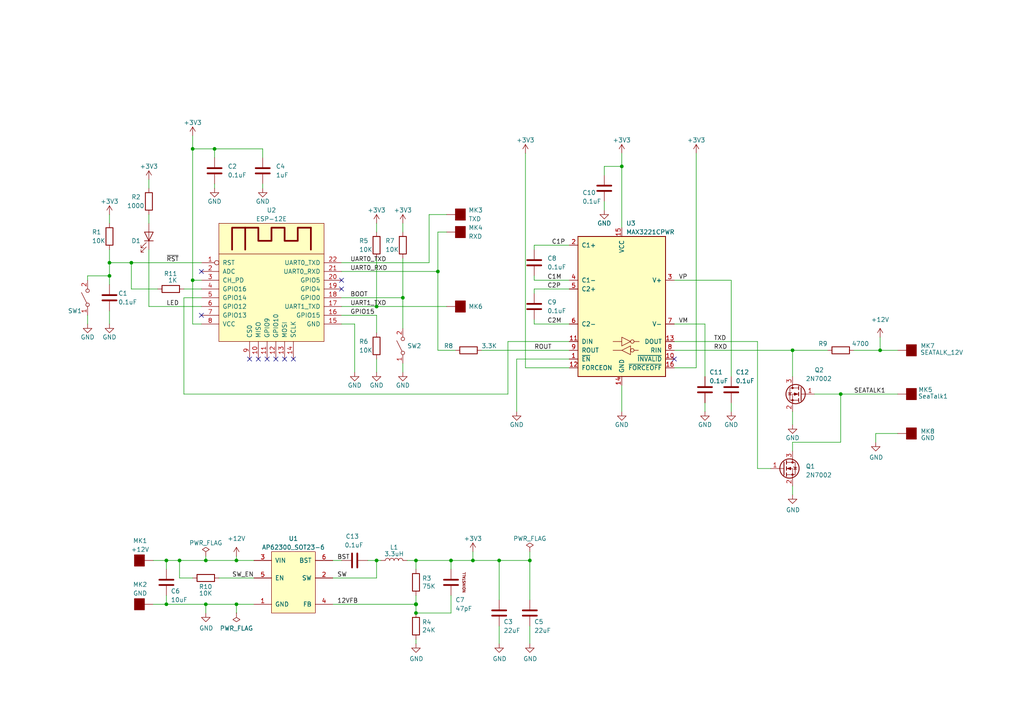
<source format=kicad_sch>
(kicad_sch (version 20220404) (generator eeschema)
  (paper "A4")
  (title_block (date "2022-03-03") (rev "1"))
  (lib_symbols
    (symbol "C_1" (pin_numbers hide) (pin_names (offset 0.254))
      (property "Reference" "C" (at 0.635 2.54 0))
      (property "Value" "C_1" (at 0.635 -2.54 0))
      (symbol "C_1_0_1"
        (polyline (pts (xy -2.032 -0.762) (xy 2.032 -0.762)) (stroke (width 0.508)))
        (polyline (pts (xy -2.032 0.762) (xy 2.032 0.762)) (stroke (width 0.508)))
      )
      (symbol "C_1_1_1"
        (pin passive line (at 0 3.81 270) (length 2.794) (name "~") (number "1"))
        (pin passive line (at 0 -3.81 90) (length 2.794) (name "~") (number "2"))
      )
    )
    (symbol "Pad_1" (pin_numbers hide) (pin_names (offset 1.016) hide)
      (property "Reference" "MK" (at 0 6.35 0))
      (property "Value" "Pad_1" (at 0 4.445 0))
      (symbol "Pad_1_0_1"
        (rectangle (start -1.651 2.921) (end 1.651 0) (fill (type outline)))
      )
      (symbol "Pad_1_1_1"
        (pin input line (at 0 -2.54 90) (length 2.54) (name "1") (number "1"))
      )
    )
    (symbol "Pad_2" (pin_numbers hide) (pin_names (offset 1.016) hide)
      (property "Reference" "MK" (at 0 6.35 0))
      (property "Value" "Pad_2" (at 0 4.445 0))
      (symbol "Pad_2_0_1"
        (rectangle (start -1.651 2.921) (end 1.651 0) (fill (type outline)))
      )
      (symbol "Pad_2_1_1"
        (pin input line (at 0 -2.54 90) (length 2.54) (name "1") (number "1"))
      )
    )
    (symbol "Pad_5" (pin_numbers hide) (pin_names (offset 1.016) hide)
      (property "Reference" "MK" (at 0 6.35 0))
      (property "Value" "Pad_5" (at 0 4.445 0))
      (symbol "Pad_5_0_1"
        (rectangle (start -1.651 2.921) (end 1.651 0) (fill (type outline)))
      )
      (symbol "Pad_5_1_1"
        (pin input line (at 0 -2.54 90) (length 2.54) (name "1") (number "1"))
      )
    )
    (symbol "device:C" (pin_numbers hide) (pin_names (offset 0.254))
      (property "Reference" "C" (at 0.635 2.54 0))
      (property "Value" "C" (at 0.635 -2.54 0))
      (symbol "C_0_1"
        (polyline (pts (xy -2.032 -0.762) (xy 2.032 -0.762)) (stroke (width 0.508)))
        (polyline (pts (xy -2.032 0.762) (xy 2.032 0.762)) (stroke (width 0.508)))
      )
      (symbol "C_1_1"
        (pin passive line (at 0 3.81 270) (length 2.794) (name "~") (number "1"))
        (pin passive line (at 0 -3.81 90) (length 2.794) (name "~") (number "2"))
      )
    )
    (symbol "device:C_NOINSTALL" (pin_numbers hide) (pin_names (offset 0.254))
      (property "Reference" "C" (at 0.635 2.54 0))
      (property "Value" "C_NOINSTALL" (at 0.635 -2.54 0))
      (symbol "C_NOINSTALL_0_0"
        (text "NOINSTALL" (at 3.81 0 900) (effects (font (size 0.762 0.762))))
      )
      (symbol "C_NOINSTALL_0_1"
        (polyline (pts (xy -2.032 -0.762) (xy 2.032 -0.762)) (stroke (width 0.508)))
        (polyline (pts (xy -2.032 0.762) (xy 2.032 0.762)) (stroke (width 0.508)))
      )
      (symbol "C_NOINSTALL_1_1"
        (pin passive line (at 0 3.81 270) (length 2.794) (name "~") (number "1"))
        (pin passive line (at 0 -3.81 90) (length 2.794) (name "~") (number "2"))
      )
    )
    (symbol "device:L" (pin_numbers hide) (pin_names (offset 1.016) hide)
      (property "Reference" "L" (at -1.27 0 90))
      (property "Value" "L" (at 1.905 0 90))
      (symbol "L_0_1"
        (arc (start 0 -1.27) (mid -0.6323 -1.905) (end 0 -2.54))
        (arc (start 0 0) (mid -0.6323 -0.635) (end 0 -1.27))
        (arc (start 0 1.27) (mid -0.6323 0.635) (end 0 0))
        (arc (start 0 2.54) (mid -0.6323 1.905) (end 0 1.27))
      )
      (symbol "L_1_1"
        (pin passive line (at 0 3.81 270) (length 1.27) (name "1") (number "1"))
        (pin passive line (at 0 -3.81 90) (length 1.27) (name "2") (number "2"))
      )
    )
    (symbol "device:LED_A1K2" (pin_numbers hide) (pin_names (offset 1.016) hide)
      (property "Reference" "D" (at 0 2.54 0))
      (property "Value" "LED_A1K2" (at 0 -2.54 0))
      (symbol "LED_A1K2_0_1"
        (polyline (pts (xy 1.27 -1.27) (xy 1.27 1.27)) (stroke (width 0.2032)))
        (polyline (pts (xy 1.27 0) (xy -1.27 0)))
        (polyline (pts (xy -1.27 -1.27) (xy -1.27 1.27) (xy 1.27 0) (xy -1.27 -1.27)) (stroke (width 0.2032)))
        (polyline (pts (xy 1.778 -0.762) (xy 3.302 -2.286) (xy 2.54 -2.286) (xy 3.302 -2.286) (xy 3.302 -1.524)))
        (polyline (pts (xy 3.048 -0.762) (xy 4.572 -2.286) (xy 3.81 -2.286) (xy 4.572 -2.286) (xy 4.572 -1.524)))
      )
      (symbol "LED_A1K2_1_1"
        (pin passive line (at -3.81 0 0) (length 2.54) (name "A") (number "1"))
        (pin passive line (at 3.81 0 180) (length 2.54) (name "K") (number "2"))
      )
    )
    (symbol "device:Q_NMOS_G1S2D3" (pin_names (offset 0) hide)
      (property "Reference" "Q" (at 5.08 1.27 0))
      (property "Value" "Q_NMOS_G1S2D3" (at 5.08 -1.27 0))
      (symbol "Q_NMOS_G1S2D3_0_1"
        (polyline (pts (xy 0 0) (xy -1.27 0)) (stroke (width 0.1524)))
        (polyline (pts (xy 0.0508 1.8796) (xy 0.0508 -1.9304)) (stroke (width 0.254)))
        (polyline (pts (xy 0.762 -1.27) (xy 0.762 -2.286)) (stroke (width 0.254)))
        (polyline (pts (xy 0.762 0.508) (xy 0.762 -0.508)) (stroke (width 0.254)))
        (polyline (pts (xy 0.762 2.286) (xy 0.762 1.27)) (stroke (width 0.254)))
        (polyline (pts (xy 2.54 2.54) (xy 2.54 1.778)))
        (polyline (pts (xy 2.54 -2.54) (xy 2.54 0) (xy 0.762 0)))
        (polyline (pts (xy 0.762 -1.778) (xy 3.302 -1.778) (xy 3.302 1.778) (xy 0.762 1.778)))
        (polyline (pts (xy 1.016 0) (xy 2.032 0.381) (xy 2.032 -0.381) (xy 1.016 0)) (fill (type outline)))
        (polyline (pts (xy 2.794 0.508) (xy 2.921 0.381) (xy 3.683 0.381) (xy 3.81 0.254)))
        (polyline (pts (xy 3.302 0.381) (xy 2.921 -0.254) (xy 3.683 -0.254) (xy 3.302 0.381)))
        (circle (center 1.651 0) (radius 2.794) (stroke (width 0.254)))
        (circle (center 2.54 -1.778) (radius 0.254) (fill (type outline)))
        (circle (center 2.54 1.778) (radius 0.254) (fill (type outline)))
      )
      (symbol "Q_NMOS_G1S2D3_1_1"
        (pin input line (at -3.81 0 0) (length 2.54) (name "G") (number "1"))
        (pin passive line (at 2.54 -5.08 90) (length 2.54) (name "S") (number "2"))
        (pin passive line (at 2.54 5.08 270) (length 2.54) (name "D") (number "3"))
      )
    )
    (symbol "device:R" (pin_numbers hide) (pin_names (offset 0))
      (property "Reference" "R" (at 2.032 0 90))
      (property "Value" "R" (at 0 0 90))
      (symbol "R_0_1"
        (rectangle (start -1.016 -2.54) (end 1.016 2.54) (stroke (width 0.254)))
      )
      (symbol "R_1_1"
        (pin passive line (at 0 3.81 270) (length 1.27) (name "~") (number "1"))
        (pin passive line (at 0 -3.81 90) (length 1.27) (name "~") (number "2"))
      )
    )
    (symbol "diodes:AP62300_SOT23-6" (pin_names (offset 1.016))
      (property "Reference" "U" (at -1.27 3.81 0))
      (property "Value" "AP62300_SOT23-6" (at -8.89 1.27 0))
      (symbol "AP62300_SOT23-6_0_1"
        (rectangle (start -6.35 0) (end 6.35 -17.78) (fill (type background)))
      )
      (symbol "AP62300_SOT23-6_1_1"
        (pin power_in line (at -11.43 -15.24 0) (length 5.08) (name "GND") (number "1"))
        (pin power_out line (at 11.43 -7.62 180) (length 5.08) (name "SW") (number "2"))
        (pin power_in line (at -11.43 -2.54 0) (length 5.08) (name "VIN") (number "3"))
        (pin input line (at 11.43 -15.24 180) (length 5.08) (name "FB") (number "4"))
        (pin input line (at -11.43 -7.62 0) (length 5.08) (name "EN") (number "5"))
        (pin passive line (at 11.43 -2.54 180) (length 5.08) (name "BST") (number "6"))
      )
    )
    (symbol "espressif:ESP-12F" (pin_names (offset 1.016))
      (property "Reference" "U" (at 0 -2.54 0))
      (property "Value" "ESP-12F" (at 0 2.54 0))
      (symbol "ESP-12F_0_1"
        (polyline (pts (xy -15.24 10.16) (xy 15.24 10.16)) (stroke (width 0.1524)))
        (polyline (pts (xy 11.43 17.78) (xy 11.43 11.43)) (stroke (width 0.5)))
        (polyline (pts (xy -11.43 11.43) (xy -11.43 17.78) (xy -7.62 17.78) (xy -7.62 11.43)) (stroke (width 0.5)))
        (polyline (pts (xy -7.62 17.78) (xy -3.81 17.78) (xy -3.81 13.97) (xy 0 13.97) (xy 0 17.78) (xy 3.81 17.78) (xy 3.81 13.97) (xy 7.62 13.97) (xy 7.62 17.78) (xy 11.43 17.78)) (stroke (width 0.5)))
      )
      (symbol "ESP-12F_1_0"
        (rectangle (start -15.24 19.05) (end 15.24 -15.24) (fill (type background)))
      )
      (symbol "ESP-12F_1_1"
        (pin input inverted (at -20.32 7.62 0) (length 5.08) (name "RST") (number "1"))
        (pin bidirectional line (at -3.81 -20.32 90) (length 5.08) (name "MISO") (number "10"))
        (pin bidirectional line (at -1.27 -20.32 90) (length 5.08) (name "GPIO9") (number "11") (alternate "" input line) (alternate "" input line))
        (pin bidirectional line (at 1.27 -20.32 90) (length 5.08) (name "GPIO10") (number "12"))
        (pin bidirectional line (at 3.81 -20.32 90) (length 5.08) (name "MOSI") (number "13"))
        (pin bidirectional line (at 6.35 -20.32 90) (length 5.08) (name "SCLK") (number "14"))
        (pin power_in line (at 20.32 -10.16 180) (length 5.08) (name "GND") (number "15"))
        (pin bidirectional line (at 20.32 -7.62 180) (length 5.08) (name "GPIO15") (number "16"))
        (pin bidirectional line (at 20.32 -5.08 180) (length 5.08) (name "GPIO2") (number "17") (alternate "UART1_TXD" output line))
        (pin bidirectional line (at 20.32 -2.54 180) (length 5.08) (name "GPIO0") (number "18"))
        (pin bidirectional line (at 20.32 0 180) (length 5.08) (name "GPIO4") (number "19"))
        (pin passive line (at -20.32 5.08 0) (length 5.08) (name "ADC") (number "2"))
        (pin bidirectional line (at 20.32 2.54 180) (length 5.08) (name "GPIO5") (number "20"))
        (pin input line (at 20.32 5.08 180) (length 5.08) (name "GPIO3") (number "21") (alternate "UART0_RXD" input line))
        (pin output line (at 20.32 7.62 180) (length 5.08) (name "GPIO1") (number "22") (alternate "UART0_TXD" output line))
        (pin input line (at -20.32 2.54 0) (length 5.08) (name "CH_PD") (number "3"))
        (pin bidirectional line (at -20.32 0 0) (length 5.08) (name "GPIO16") (number "4"))
        (pin bidirectional line (at -20.32 -2.54 0) (length 5.08) (name "GPIO14") (number "5"))
        (pin bidirectional line (at -20.32 -5.08 0) (length 5.08) (name "GPIO12") (number "6"))
        (pin bidirectional line (at -20.32 -7.62 0) (length 5.08) (name "GPIO13") (number "7"))
        (pin power_in line (at -20.32 -10.16 0) (length 5.08) (name "VCC") (number "8"))
        (pin bidirectional line (at -6.35 -20.32 90) (length 5.08) (name "CS0") (number "9"))
      )
    )
    (symbol "mechanical:Pad" (pin_numbers hide) (pin_names (offset 1.016) hide)
      (property "Reference" "MK" (at 0 6.35 0))
      (property "Value" "Pad" (at 0 4.445 0))
      (symbol "Pad_0_1"
        (rectangle (start -1.651 2.921) (end 1.651 0) (fill (type outline)))
      )
      (symbol "Pad_1_1"
        (pin input line (at 0 -2.54 90) (length 2.54) (name "1") (number "1"))
      )
    )
    (symbol "power:+12V" (power) (pin_names (offset 0))
      (property "Value" "+12V" (at 0 3.556 0))
      (symbol "+12V_0_1"
        (polyline (pts (xy -0.762 1.27) (xy 0 2.54)))
        (polyline (pts (xy 0 0) (xy 0 2.54)))
        (polyline (pts (xy 0 2.54) (xy 0.762 1.27)))
      )
      (symbol "+12V_1_1"
        (pin power_in line (at 0 0 90) (length 0) hide (name "+12V") (number "1"))
      )
    )
    (symbol "power:+3V3" (power) (pin_names (offset 0))
      (property "Value" "+3V3" (at 0 3.556 0))
      (symbol "+3V3_0_1"
        (polyline (pts (xy -0.762 1.27) (xy 0 2.54)))
        (polyline (pts (xy 0 0) (xy 0 2.54)))
        (polyline (pts (xy 0 2.54) (xy 0.762 1.27)))
      )
      (symbol "+3V3_1_1"
        (pin power_in line (at 0 0 90) (length 0) hide (name "+3V3") (number "1"))
      )
    )
    (symbol "power:GND" (power) (pin_names (offset 0))
      (property "Value" "GND" (at 0 -3.81 0))
      (symbol "GND_0_1"
        (polyline (pts (xy 0 0) (xy 0 -1.27) (xy 1.27 -1.27) (xy 0 -2.54) (xy -1.27 -1.27) (xy 0 -1.27)))
      )
      (symbol "GND_1_1"
        (pin power_in line (at 0 0 270) (length 0) hide (name "GND") (number "1"))
      )
    )
    (symbol "power:PWR_FLAG" (power) (pin_numbers hide) (pin_names (offset 0) hide)
      (property "Value" "PWR_FLAG" (at 0 3.81 0))
      (symbol "PWR_FLAG_0_0"
        (pin power_out line (at 0 0 90) (length 0) (name "pwr") (number "1"))
      )
      (symbol "PWR_FLAG_0_1"
        (polyline (pts (xy 0 0) (xy 0 1.27) (xy -1.016 1.905) (xy 0 2.54) (xy 1.016 1.905) (xy 0 1.27)))
      )
    )
    (symbol "switch:SW_SPST" (pin_names (offset 0) hide)
      (property "Reference" "SW" (at 0 3.175 0))
      (property "Value" "SW_SPST" (at 0 -2.54 0))
      (symbol "SW_SPST_0_0"
        (circle (center -2.032 0) (radius 0.508))
        (polyline (pts (xy -1.524 0.254) (xy 1.524 1.778)))
        (circle (center 2.032 0) (radius 0.508))
      )
      (symbol "SW_SPST_1_1"
        (pin passive line (at -5.08 0 0) (length 2.54) (name "A") (number "1"))
        (pin passive line (at 5.08 0 180) (length 2.54) (name "B") (number "2"))
      )
    )
    (symbol "ti:MAX3221_TSSOP16" (pin_names (offset 1.016))
      (property "Reference" "U" (at 2.54 24.13 0))
      (property "Value" "MAX3221_TSSOP16" (at 2.54 21.59 0))
      (symbol "MAX3221_TSSOP16_0_1"
        (rectangle (start -12.7 -20.32) (end 12.7 20.32) (stroke (width 0.254)) (fill (type background)))
        (polyline (pts (xy -2.54 -12.7) (xy 0 -12.7) (xy 0 -12.7)))
        (polyline (pts (xy -2.54 -10.16) (xy 0 -10.16) (xy 0 -10.16)))
        (polyline (pts (xy 3.556 -12.7) (xy 4.826 -12.7) (xy 4.826 -12.7)))
        (polyline (pts (xy 3.556 -10.16) (xy 5.08 -10.16) (xy 5.08 -10.16)))
        (polyline (pts (xy 2.54 -11.43) (xy 2.54 -13.97) (xy 0 -12.7) (xy 2.54 -11.43) (xy 2.54 -11.43)))
        (polyline (pts (xy 0 -11.43) (xy 0 -8.89) (xy 2.54 -10.16) (xy 0 -11.43) (xy 0 -11.43) (xy 0 -11.43)))
        (circle (center 3.048 -12.7) (radius 0.508))
        (circle (center 3.048 -10.16) (radius 0.508))
      )
      (symbol "MAX3221_TSSOP16_1_1"
        (pin input line (at -15.24 -15.24 0) (length 2.54) (name "~{EN}") (number "1"))
        (pin output line (at 15.24 -15.24 180) (length 2.54) (name "~{INVALID}") (number "10"))
        (pin input line (at -15.24 -10.16 0) (length 2.54) (name "DIN") (number "11"))
        (pin input line (at -15.24 -17.78 0) (length 2.54) (name "FORCEON") (number "12"))
        (pin output line (at 15.24 -10.16 180) (length 2.54) (name "DOUT") (number "13"))
        (pin power_in line (at 0 -22.86 90) (length 2.54) (name "GND") (number "14"))
        (pin power_in line (at 0 22.86 270) (length 2.54) (name "VCC") (number "15"))
        (pin input line (at 15.24 -17.78 180) (length 2.54) (name "~{FORCEOFF}") (number "16"))
        (pin passive line (at -15.24 17.78 0) (length 2.54) (name "C1+") (number "2"))
        (pin power_out line (at 15.24 7.62 180) (length 2.54) (name "V+") (number "3"))
        (pin passive line (at -15.24 7.62 0) (length 2.54) (name "C1-") (number "4"))
        (pin passive line (at -15.24 5.08 0) (length 2.54) (name "C2+") (number "5"))
        (pin passive line (at -15.24 -5.08 0) (length 2.54) (name "C2-") (number "6"))
        (pin power_out line (at 15.24 -5.08 180) (length 2.54) (name "V-") (number "7"))
        (pin input line (at 15.24 -12.7 180) (length 2.54) (name "RIN") (number "8"))
        (pin output line (at -15.24 -12.7 0) (length 2.54) (name "ROUT") (number "9"))
      )
    )
  )
  (junction (at 59.69 175.26))
  (junction (at 52.07 162.56))
  (junction (at 243.84 114.3))
  (junction (at 31.75 76.2))
  (junction (at 59.69 162.56))
  (junction (at 127 78.74))
  (junction (at 137.16 162.56))
  (junction (at 229.87 101.6))
  (junction (at 120.65 162.56))
  (junction (at 180.34 48.26))
  (junction (at 130.81 162.56))
  (junction (at 153.67 162.56))
  (junction (at 38.1 76.2))
  (junction (at 62.23 43.18))
  (junction (at 120.65 175.26) (diameter 1.016))
  (junction (at 31.75 80.01))
  (junction (at 144.78 162.56))
  (junction (at 116.84 86.36))
  (junction (at 109.22 88.9))
  (junction (at 55.88 43.18))
  (junction (at 48.26 175.26))
  (junction (at 109.22 162.56))
  (junction (at 55.88 81.28))
  (junction (at 68.58 162.56))
  (junction (at 255.27 101.6))
  (junction (at 68.58 175.26))
  (junction (at 48.26 162.56))
  (junction (at 120.65 177.8))
  (no_connect (at 58.42 91.44))
  (no_connect (at 80.01 104.14))
  (no_connect (at 77.47 104.14))
  (no_connect (at 85.09 104.14))
  (no_connect (at 82.55 104.14))
  (no_connect (at 74.93 104.14))
  (no_connect (at 72.39 104.14))
  (no_connect (at 99.06 81.28))
  (no_connect (at 58.42 78.74))
  (no_connect (at 195.58 104.14))
  (no_connect (at 99.06 83.82))
  (wire (pts (xy 43.18 72.39) (xy 43.18 88.9)))
  (wire (pts (xy 152.4 106.68) (xy 165.1 106.68)))
  (wire (pts (xy 55.88 39.37) (xy 55.88 43.18)))
  (wire (pts (xy 68.58 175.26) (xy 73.66 175.26)))
  (wire (pts (xy 195.58 93.98) (xy 204.47 93.98)))
  (wire (pts (xy 55.88 167.64) (xy 52.07 167.64)))
  (wire (pts (xy 43.18 52.07) (xy 43.18 54.61)))
  (wire (pts (xy 127 67.31) (xy 129.54 67.31)))
  (wire (pts (xy 153.67 162.56) (xy 153.67 173.99)))
  (wire (pts (xy 243.84 114.3) (xy 260.35 114.3)))
  (wire (pts (xy 59.69 161.29) (xy 59.69 162.56)))
  (wire (pts (xy 31.75 62.23) (xy 31.75 64.77)))
  (wire (pts (xy 201.93 106.68) (xy 201.93 44.45)))
  (wire (pts (xy 124.46 76.2) (xy 124.46 62.23)))
  (wire (pts (xy 139.7 101.6) (xy 165.1 101.6)))
  (wire (pts (xy 106.68 162.56) (xy 109.22 162.56)))
  (wire (pts (xy 247.65 101.6) (xy 255.27 101.6)))
  (wire (pts (xy 120.65 172.72) (xy 120.65 175.26)))
  (wire (pts (xy 180.34 44.45) (xy 180.34 48.26)))
  (wire (pts (xy 55.88 93.98) (xy 55.88 81.28)))
  (wire (pts (xy 229.87 101.6) (xy 240.03 101.6)))
  (wire (pts (xy 53.34 83.82) (xy 58.42 83.82)))
  (wire (pts (xy 48.26 175.26) (xy 59.69 175.26)))
  (wire (pts (xy 59.69 162.56) (xy 68.58 162.56)))
  (wire (pts (xy 195.58 99.06) (xy 219.71 99.06)))
  (wire (pts (xy 154.94 81.28) (xy 154.94 80.01)))
  (wire (pts (xy 99.06 76.2) (xy 124.46 76.2)))
  (wire (pts (xy 154.94 83.82) (xy 165.1 83.82)))
  (wire (pts (xy 25.4 80.01) (xy 25.4 81.28)))
  (wire (pts (xy 147.32 99.06) (xy 165.1 99.06)))
  (wire (pts (xy 116.84 74.93) (xy 116.84 86.36)))
  (wire (pts (xy 38.1 76.2) (xy 58.42 76.2)))
  (wire (pts (xy 153.67 162.56) (xy 144.78 162.56)))
  (wire (pts (xy 180.34 111.76) (xy 180.34 119.38)))
  (wire (pts (xy 109.22 162.56) (xy 110.49 162.56)))
  (wire (pts (xy 124.46 62.23) (xy 129.54 62.23)))
  (wire (pts (xy 120.65 185.42) (xy 120.65 186.69)))
  (wire (pts (xy 127 101.6) (xy 132.08 101.6)))
  (wire (pts (xy 180.34 48.26) (xy 180.34 66.04)))
  (wire (pts (xy 255.27 101.6) (xy 255.27 97.79)))
  (wire (pts (xy 152.4 44.45) (xy 152.4 106.68)))
  (wire (pts (xy 43.18 62.23) (xy 43.18 64.77)))
  (wire (pts (xy 96.52 175.26) (xy 120.65 175.26)))
  (wire (pts (xy 62.23 53.34) (xy 62.23 54.61)))
  (wire (pts (xy 118.11 162.56) (xy 120.65 162.56)))
  (wire (pts (xy 53.34 86.36) (xy 58.42 86.36)))
  (wire (pts (xy 99.06 86.36) (xy 116.84 86.36)))
  (wire (pts (xy 48.26 172.72) (xy 48.26 175.26)))
  (wire (pts (xy 76.2 53.34) (xy 76.2 54.61)))
  (wire (pts (xy 175.26 48.26) (xy 180.34 48.26)))
  (wire (pts (xy 55.88 81.28) (xy 58.42 81.28)))
  (wire (pts (xy 254 125.73) (xy 260.35 125.73)))
  (wire (pts (xy 144.78 181.61) (xy 144.78 186.69)))
  (wire (pts (xy 229.87 130.81) (xy 229.87 128.27)))
  (wire (pts (xy 144.78 162.56) (xy 144.78 173.99)))
  (wire (pts (xy 175.26 58.42) (xy 175.26 60.96)))
  (wire (pts (xy 31.75 76.2) (xy 38.1 76.2)))
  (wire (pts (xy 204.47 93.98) (xy 204.47 109.22)))
  (wire (pts (xy 165.1 81.28) (xy 154.94 81.28)))
  (wire (pts (xy 120.65 177.8) (xy 120.65 175.26)))
  (wire (pts (xy 99.06 91.44) (xy 109.22 91.44)))
  (wire (pts (xy 109.22 96.52) (xy 109.22 91.44)))
  (wire (pts (xy 99.06 78.74) (xy 127 78.74)))
  (wire (pts (xy 130.81 172.72) (xy 130.81 177.8)))
  (wire (pts (xy 116.84 105.41) (xy 116.84 107.95)))
  (wire (pts (xy 154.94 93.98) (xy 154.94 92.71)))
  (wire (pts (xy 229.87 101.6) (xy 229.87 109.22)))
  (wire (pts (xy 53.34 114.3) (xy 53.34 86.36)))
  (wire (pts (xy 130.81 162.56) (xy 137.16 162.56)))
  (wire (pts (xy 109.22 88.9) (xy 99.06 88.9)))
  (wire (pts (xy 204.47 116.84) (xy 204.47 119.38)))
  (wire (pts (xy 219.71 135.89) (xy 219.71 99.06)))
  (wire (pts (xy 212.09 81.28) (xy 212.09 109.22)))
  (wire (pts (xy 59.69 175.26) (xy 59.69 177.8)))
  (wire (pts (xy 59.69 162.56) (xy 52.07 162.56)))
  (wire (pts (xy 154.94 71.12) (xy 165.1 71.12)))
  (wire (pts (xy 55.88 93.98) (xy 58.42 93.98)))
  (wire (pts (xy 31.75 76.2) (xy 31.75 80.01)))
  (wire (pts (xy 255.27 101.6) (xy 260.35 101.6)))
  (wire (pts (xy 52.07 167.64) (xy 52.07 162.56)))
  (wire (pts (xy 130.81 177.8) (xy 120.65 177.8)))
  (wire (pts (xy 96.52 162.56) (xy 99.06 162.56)))
  (wire (pts (xy 62.23 43.18) (xy 76.2 43.18)))
  (wire (pts (xy 116.84 86.36) (xy 116.84 95.25)))
  (wire (pts (xy 137.16 162.56) (xy 144.78 162.56)))
  (wire (pts (xy 137.16 160.02) (xy 137.16 162.56)))
  (wire (pts (xy 127 67.31) (xy 127 78.74)))
  (wire (pts (xy 165.1 93.98) (xy 154.94 93.98)))
  (wire (pts (xy 102.87 93.98) (xy 102.87 107.95)))
  (wire (pts (xy 31.75 72.39) (xy 31.75 76.2)))
  (wire (pts (xy 48.26 162.56) (xy 52.07 162.56)))
  (wire (pts (xy 195.58 81.28) (xy 212.09 81.28)))
  (wire (pts (xy 254 125.73) (xy 254 128.27)))
  (wire (pts (xy 102.87 93.98) (xy 99.06 93.98)))
  (wire (pts (xy 63.5 167.64) (xy 73.66 167.64)))
  (wire (pts (xy 153.67 181.61) (xy 153.67 186.69)))
  (wire (pts (xy 229.87 128.27) (xy 243.84 128.27)))
  (wire (pts (xy 147.32 99.06) (xy 147.32 114.3)))
  (wire (pts (xy 48.26 162.56) (xy 48.26 165.1)))
  (wire (pts (xy 195.58 101.6) (xy 229.87 101.6)))
  (wire (pts (xy 45.72 83.82) (xy 38.1 83.82)))
  (wire (pts (xy 25.4 91.44) (xy 25.4 93.98)))
  (wire (pts (xy 149.86 104.14) (xy 149.86 119.38)))
  (wire (pts (xy 229.87 140.97) (xy 229.87 143.51)))
  (wire (pts (xy 55.88 43.18) (xy 55.88 81.28)))
  (wire (pts (xy 109.22 88.9) (xy 129.54 88.9)))
  (wire (pts (xy 55.88 43.18) (xy 62.23 43.18)))
  (wire (pts (xy 59.69 175.26) (xy 68.58 175.26)))
  (wire (pts (xy 109.22 104.14) (xy 109.22 107.95)))
  (wire (pts (xy 120.65 165.1) (xy 120.65 162.56)))
  (wire (pts (xy 68.58 162.56) (xy 68.58 161.29)))
  (wire (pts (xy 212.09 116.84) (xy 212.09 119.38)))
  (wire (pts (xy 153.67 160.02) (xy 153.67 162.56)))
  (wire (pts (xy 25.4 80.01) (xy 31.75 80.01)))
  (wire (pts (xy 109.22 74.93) (xy 109.22 88.9)))
  (wire (pts (xy 43.18 88.9) (xy 58.42 88.9)))
  (wire (pts (xy 44.45 175.26) (xy 48.26 175.26)))
  (wire (pts (xy 120.65 162.56) (xy 130.81 162.56)))
  (wire (pts (xy 62.23 43.18) (xy 62.23 45.72)))
  (wire (pts (xy 154.94 71.12) (xy 154.94 72.39)))
  (wire (pts (xy 195.58 106.68) (xy 201.93 106.68)))
  (wire (pts (xy 130.81 162.56) (xy 130.81 165.1)))
  (wire (pts (xy 31.75 90.17) (xy 31.75 93.98)))
  (wire (pts (xy 175.26 50.8) (xy 175.26 48.26)))
  (wire (pts (xy 76.2 43.18) (xy 76.2 45.72)))
  (wire (pts (xy 223.52 135.89) (xy 219.71 135.89)))
  (wire (pts (xy 229.87 119.38) (xy 229.87 123.19)))
  (wire (pts (xy 116.84 64.77) (xy 116.84 67.31)))
  (wire (pts (xy 109.22 162.56) (xy 109.22 167.64)))
  (wire (pts (xy 154.94 83.82) (xy 154.94 85.09)))
  (wire (pts (xy 109.22 64.77) (xy 109.22 67.31)))
  (wire (pts (xy 127 78.74) (xy 127 101.6)))
  (wire (pts (xy 147.32 114.3) (xy 53.34 114.3)))
  (wire (pts (xy 68.58 162.56) (xy 73.66 162.56)))
  (wire (pts (xy 68.58 177.8) (xy 68.58 175.26)))
  (wire (pts (xy 31.75 80.01) (xy 31.75 82.55)))
  (wire (pts (xy 38.1 83.82) (xy 38.1 76.2)))
  (wire (pts (xy 96.52 167.64) (xy 109.22 167.64)))
  (wire (pts (xy 165.1 104.14) (xy 149.86 104.14)))
  (wire (pts (xy 243.84 128.27) (xy 243.84 114.3)))
  (wire (pts (xy 236.22 114.3) (xy 243.84 114.3)))
  (wire (pts (xy 44.45 162.56) (xy 48.26 162.56)))
  (label "BST" (at 97.79 162.56 0))
  (label "BOOT" (at 101.6 86.36 0))
  (label "VP" (at 196.85 81.28 0))
  (label "UART0_TXD" (at 101.6 76.2 0))
  (label "VM" (at 196.85 93.98 0))
  (label "LED" (at 48.26 88.9 0))
  (label "C1M" (at 158.75 81.28 0))
  (label "GPIO15" (at 101.6 91.44 0))
  (label "12VFB" (at 97.79 175.26 0))
  (label "C2P" (at 158.75 83.82 0))
  (label "C2M" (at 158.75 93.98 0))
  (label "C1P" (at 160.02 71.12 0))
  (label "UART1_TXD" (at 101.6 88.9 0))
  (label "SW_EN" (at 67.31 167.64 0))
  (label "UART0_RXD" (at 101.6 78.74 0))
  (label "~{RST}" (at 48.26 76.2 0))
  (label "ROUT" (at 154.94 101.6 0))
  (label "SEATALK1" (at 247.65 114.3 0))
  (label "SW" (at 97.79 167.64 0))
  (label "TXD" (at 207.01 99.06 0))
  (label "RXD" (at 207.01 101.6 0))
  (symbol (lib_id "power:+3V3") (at 31.75 62.23 0) (unit 1)
    (default_instance (reference "U") (unit 1) (value "") (footprint ""))
    (property "Reference" "#PWR04" (effects hide))
    (property "Value" "+3V3" (at 31.75 58.42 0))
  )
  (symbol (lib_id "power:GND") (at 102.87 107.95 0) (unit 1)
    (default_instance (reference "U") (unit 1) (value "") (footprint ""))
    (property "Reference" "#PWR014" (effects hide))
    (property "Value" "GND" (at 102.87 111.76 0))
  )
  (symbol (lib_id "power:GND") (at 116.84 107.95 0) (unit 1)
    (default_instance (reference "U") (unit 1) (value "") (footprint ""))
    (property "Reference" "#PWR018" (effects hide))
    (property "Value" "GND" (at 116.84 111.76 0))
  )
  (symbol (lib_name "C_1") (lib_id "device:C") (at 212.09 113.03 0) (unit 1)
    (default_instance (reference "U") (unit 1) (value "") (footprint ""))
    (property "Reference" "C12" (at 213.36 107.9499 0) (effects (justify left)))
    (property "Value" "0.1uF" (at 213.36 110.49 0) (effects (justify left)))
    (property "Footprint" "capacitor_SMD:C_0603_1608Metric" (effects hide))
    (property "Datasheet" "N/A" (effects hide))
    (property "MFG" "N/A" (effects hide))
    (property "MPN" "N/A" (effects hide))
    (property "Digikey PN" "N/A" (effects hide))
    (property "Mouser PN" "N/A" (effects hide))
    (property "Voltage" "N/A" (effects hide))
    (property "Dielectric" "N/A" (effects hide))
    (property "Tolerance" "N/A" (effects hide))
  )
  (symbol (lib_id "device:C") (at 31.75 86.36 0) (unit 1)
    (default_instance (reference "U") (unit 1) (value "") (footprint ""))
    (property "Reference" "C1" (at 34.29 85.0899 0) (effects (justify left)))
    (property "Value" "0.1uF" (at 34.29 87.63 0) (effects (justify left)))
    (property "Footprint" "capacitor_SMD:C_0603_1608Metric" (effects hide))
    (property "MFG" "N/A" (effects hide))
    (property "MPN" "N/A" (effects hide))
    (property "Digikey PN" "N/A" (effects hide))
    (property "Mouser PN" "N/A" (effects hide))
    (property "Voltage" "N/A" (effects hide))
    (property "Dielectric" "N/A" (effects hide))
    (property "Tolerance" "N/A" (effects hide))
    (property "Datasheet_1" "N/A" (effects hide))
  )
  (symbol (lib_name "C_1") (lib_id "device:C") (at 204.47 113.03 0) (unit 1)
    (default_instance (reference "U") (unit 1) (value "") (footprint ""))
    (property "Reference" "C11" (at 205.74 107.9499 0) (effects (justify left)))
    (property "Value" "0.1uF" (at 205.74 110.49 0) (effects (justify left)))
    (property "Footprint" "capacitor_SMD:C_0603_1608Metric" (effects hide))
    (property "Datasheet" "N/A" (effects hide))
    (property "MFG" "N/A" (effects hide))
    (property "MPN" "N/A" (effects hide))
    (property "Digikey PN" "N/A" (effects hide))
    (property "Mouser PN" "N/A" (effects hide))
    (property "Voltage" "N/A" (effects hide))
    (property "Dielectric" "N/A" (effects hide))
    (property "Tolerance" "N/A" (effects hide))
  )
  (symbol (lib_id "device:R") (at 43.18 58.42 0) (unit 1)
    (default_instance (reference "U") (unit 1) (value "") (footprint ""))
    (property "Reference" "R2" (at 38.1 57.15 0) (effects (justify left)))
    (property "Value" "1000" (at 36.83 59.69 0) (effects (justify left)))
    (property "Footprint" "resistor_SMD:R_0603_1608Metric" (effects hide))
    (property "MFG" "N/A" (effects hide))
    (property "MPN" "N/A" (effects hide))
    (property "Digikey PN" "N/A" (effects hide))
    (property "Mouser PN" "N/A" (effects hide))
    (property "Power" "N/A" (effects hide))
    (property "Tolerance" "N/A" (effects hide))
    (property "Datasheet_1" "N/A" (effects hide))
  )
  (symbol (lib_name "C_1") (lib_id "device:C") (at 154.94 76.2 0) (unit 1)
    (default_instance (reference "U") (unit 1) (value "") (footprint ""))
    (property "Reference" "C8" (at 158.75 74.9299 0) (effects (justify left)))
    (property "Value" "0.1uF" (at 158.75 77.47 0) (effects (justify left)))
    (property "Footprint" "capacitor_SMD:C_0603_1608Metric" (effects hide))
    (property "Datasheet" "N/A" (effects hide))
    (property "MFG" "N/A" (effects hide))
    (property "MPN" "N/A" (effects hide))
    (property "Digikey PN" "N/A" (effects hide))
    (property "Mouser PN" "N/A" (effects hide))
    (property "Voltage" "N/A" (effects hide))
    (property "Dielectric" "N/A" (effects hide))
    (property "Tolerance" "N/A" (effects hide))
  )
  (symbol (lib_id "switch:SW_SPST") (at 25.4 86.36 90) (unit 1)
    (default_instance (reference "U") (unit 1) (value "") (footprint ""))
    (property "Reference" "SW1" (at 19.685 90.17 90) (effects (justify right)))
    (property "Value" "SW_SPST" (effects hide))
    (property "Footprint" "apem:ADTSM31NV" (effects hide))
  )
  (symbol (lib_id "device:C") (at 153.67 177.8 0) (unit 1)
    (default_instance (reference "U") (unit 1) (value "") (footprint ""))
    (property "Reference" "C5" (at 154.94 180.34 0) (effects (justify left)))
    (property "Value" "22uF" (at 154.94 182.88 0) (effects (justify left)))
    (property "Footprint" "capacitor_SMD:C_0805_2012Metric" (effects hide))
    (property "MFG" "N/A" (effects hide))
    (property "MPN" "N/A" (effects hide))
    (property "Digikey PN" "N/A" (effects hide))
    (property "Mouser PN" "N/A" (effects hide))
    (property "Voltage" "N/A" (effects hide))
    (property "Dielectric" "N/A" (effects hide))
    (property "Tolerance" "N/A" (effects hide))
    (property "Datasheet_1" "N/A" (effects hide))
  )
  (symbol (lib_id "device:R") (at 120.65 181.61 0) (unit 1)
    (default_instance (reference "U") (unit 1) (value "") (footprint ""))
    (property "Reference" "R4" (at 122.428 180.4416 0) (effects (justify left)))
    (property "Value" "24K" (at 122.428 182.753 0) (effects (justify left)))
    (property "Footprint" "resistor_SMD:R_0603_1608Metric" (effects hide))
    (property "MFG" "N/A" (effects hide))
    (property "MPN" "N/A" (effects hide))
    (property "Digikey PN" "N/A" (effects hide))
    (property "Mouser PN" "N/A" (effects hide))
    (property "Power" "N/A" (effects hide))
    (property "Tolerance" "N/A" (effects hide))
    (property "Datasheet_1" "N/A" (effects hide))
  )
  (symbol (lib_id "device:R") (at 120.65 168.91 0) (unit 1)
    (default_instance (reference "U") (unit 1) (value "") (footprint ""))
    (property "Reference" "R3" (at 122.428 167.7416 0) (effects (justify left)))
    (property "Value" "75K" (at 122.428 170.053 0) (effects (justify left)))
    (property "Footprint" "resistor_SMD:R_0603_1608Metric" (effects hide))
    (property "MFG" "N/A" (effects hide))
    (property "MPN" "N/A" (effects hide))
    (property "Digikey PN" "N/A" (effects hide))
    (property "Mouser PN" "N/A" (effects hide))
    (property "Power" "N/A" (effects hide))
    (property "Tolerance" "N/A" (effects hide))
    (property "Datasheet_1" "N/A" (effects hide))
  )
  (symbol (lib_id "device:C") (at 48.26 168.91 0) (unit 1)
    (default_instance (reference "U") (unit 1) (value "") (footprint ""))
    (property "Reference" "C6" (at 49.53 171.45 0) (effects (justify left)))
    (property "Value" "10uF" (at 49.53 173.99 0) (effects (justify left)))
    (property "Footprint" "capacitor_SMD:C_1206_3216Metric" (effects hide))
    (property "MFG" "N/A" (effects hide))
    (property "MPN" "N/A" (effects hide))
    (property "Digikey PN" "N/A" (effects hide))
    (property "Mouser PN" "N/A" (effects hide))
    (property "Voltage" "N/A" (effects hide))
    (property "Dielectric" "N/A" (effects hide))
    (property "Tolerance" "N/A" (effects hide))
    (property "Datasheet_1" "N/A" (effects hide))
  )
  (symbol (lib_id "power:PWR_FLAG") (at 153.67 160.02 0) (unit 1)
    (default_instance (reference "U") (unit 1) (value "") (footprint ""))
    (property "Reference" "#FLG01" (effects hide))
    (property "Value" "PWR_FLAG" (at 153.67 156.21 0))
  )
  (symbol (lib_id "mechanical:Pad") (at 262.89 114.3 270) (mirror x) (unit 1)
    (default_instance (reference "U") (unit 1) (value "") (footprint ""))
    (property "Reference" "MK5" (at 270.51 113.03 90) (effects (justify right)))
    (property "Value" "SeaTalk1" (at 274.955 114.935 90) (effects (justify right)))
    (property "Footprint" "test_point:TestPoint_Pad_3.0x3.0mm" (effects hide))
  )
  (symbol (lib_id "power:GND") (at 25.4 93.98 0) (unit 1)
    (default_instance (reference "U") (unit 1) (value "") (footprint ""))
    (property "Reference" "#PWR05" (effects hide))
    (property "Value" "GND" (at 25.4 97.79 0))
  )
  (symbol (lib_id "device:C") (at 76.2 49.53 0) (unit 1)
    (default_instance (reference "U") (unit 1) (value "") (footprint ""))
    (property "Reference" "C4" (at 80.01 48.2599 0) (effects (justify left)))
    (property "Value" "1uF" (at 80.01 50.7999 0) (effects (justify left)))
    (property "Footprint" "capacitor_SMD:C_0603_1608Metric" (effects hide))
    (property "MFG" "N/A" (effects hide))
    (property "MPN" "N/A" (effects hide))
    (property "Digikey PN" "N/A" (effects hide))
    (property "Mouser PN" "N/A" (effects hide))
    (property "Voltage" "N/A" (effects hide))
    (property "Dielectric" "N/A" (effects hide))
    (property "Tolerance" "N/A" (effects hide))
    (property "Datasheet_1" "N/A" (effects hide))
  )
  (symbol (lib_id "power:+3V3") (at 55.88 39.37 0) (unit 1)
    (default_instance (reference "U") (unit 1) (value "") (footprint ""))
    (property "Reference" "#PWR07" (effects hide))
    (property "Value" "+3V3" (at 55.88 35.56 0))
  )
  (symbol (lib_id "power:GND") (at 175.26 60.96 0) (unit 1)
    (default_instance (reference "U") (unit 1) (value "") (footprint ""))
    (property "Reference" "#PWR030" (effects hide))
    (property "Value" "GND" (at 175.26 64.77 0))
  )
  (symbol (lib_id "device:R") (at 109.22 100.33 0) (unit 1)
    (default_instance (reference "U") (unit 1) (value "") (footprint ""))
    (property "Reference" "R6" (at 104.14 99.06 0) (effects (justify left)))
    (property "Value" "10K" (at 104.14 101.6 0) (effects (justify left)))
    (property "Footprint" "resistor_SMD:R_0603_1608Metric" (effects hide))
    (property "MFG" "N/A" (effects hide))
    (property "MPN" "N/A" (effects hide))
    (property "Digikey PN" "N/A" (effects hide))
    (property "Mouser PN" "N/A" (effects hide))
    (property "Power" "N/A" (effects hide))
    (property "Tolerance" "N/A" (effects hide))
    (property "Datasheet_1" "N/A" (effects hide))
  )
  (symbol (lib_id "power:GND") (at 62.23 54.61 0) (unit 1)
    (default_instance (reference "U") (unit 1) (value "") (footprint ""))
    (property "Reference" "#PWR09" (effects hide))
    (property "Value" "GND" (at 62.23 58.42 0))
  )
  (symbol (lib_id "device:C") (at 102.87 162.56 90) (unit 1)
    (default_instance (reference "U") (unit 1) (value "") (footprint ""))
    (property "Reference" "C13" (at 104.14 155.575 90) (effects (justify left)))
    (property "Value" "0.1uF" (at 105.41 158.115 90) (effects (justify left)))
    (property "Footprint" "capacitor_SMD:C_0603_1608Metric" (effects hide))
    (property "MFG" "N/A" (effects hide))
    (property "MPN" "N/A" (effects hide))
    (property "Digikey PN" "N/A" (effects hide))
    (property "Mouser PN" "N/A" (effects hide))
    (property "Voltage" "N/A" (effects hide))
    (property "Dielectric" "N/A" (effects hide))
    (property "Tolerance" "N/A" (effects hide))
    (property "Datasheet_1" "N/A" (effects hide))
  )
  (symbol (lib_id "power:GND") (at 229.87 143.51 0) (unit 1)
    (default_instance (reference "U") (unit 1) (value "") (footprint ""))
    (property "Reference" "#PWR0101" (effects hide))
    (property "Value" "GND" (at 229.997 147.9042 0))
  )
  (symbol (lib_id "power:GND") (at 212.09 119.38 0) (unit 1)
    (default_instance (reference "U") (unit 1) (value "") (footprint ""))
    (property "Reference" "#PWR035" (effects hide))
    (property "Value" "GND" (at 212.09 123.19 0))
  )
  (symbol (lib_id "power:GND") (at 254 128.27 0) (unit 1)
    (default_instance (reference "U") (unit 1) (value "") (footprint ""))
    (property "Reference" "#PWR02" (effects hide))
    (property "Value" "GND" (at 254.127 132.6642 0))
  )
  (symbol (lib_id "mechanical:Pad") (at 41.91 175.26 90) (unit 1)
    (default_instance (reference "U") (unit 1) (value "") (footprint ""))
    (property "Reference" "MK2" (at 40.64 169.545 90))
    (property "Value" "GND" (at 40.64 172.085 90))
    (property "Footprint" "test_point:TestPoint_Pad_3.0x3.0mm" (effects hide))
  )
  (symbol (lib_id "ti:MAX3221_TSSOP16") (at 180.34 88.9 0) (unit 1)
    (default_instance (reference "U") (unit 1) (value "") (footprint ""))
    (property "Reference" "U3" (at 181.61 64.77 0) (effects (justify left)))
    (property "Value" "MAX3221CPWR" (at 181.61 67.31 0) (effects (justify left)))
    (property "Footprint" "package_SO:TSSOP-16_4.4x5mm_P0.65mm" (effects hide))
    (property "Datasheet" "https://www.ti.com/lit/ds/symlink/max3221.pdf" (effects hide))
    (property "MFG" "Texas Instruments" (effects hide))
    (property "MPN" "MAX3221CPW" (effects hide))
    (property "Digikey PN" "296-26143-5-ND" (effects hide))
    (property "Mouser PN" "N/A" (effects hide))
  )
  (symbol (lib_id "device:Q_NMOS_G1S2D3") (at 227.33 135.89 0) (unit 1)
    (default_instance (reference "Q") (unit 1) (value "Q_NMOS_G1S2D3") (footprint ""))
    (property "Reference" "Q1" (at 233.68 135.255 0) (effects (justify left)))
    (property "Value" "2N7002" (at 233.68 137.795 0) (effects (justify left)))
    (property "Footprint" "package_TO_SOT_SMD:SOT23-3" (effects hide))
    (property "Datasheet" "https://www.onsemi.com/pdf/datasheet/nds7002a-d.pdf" (effects hide))
    (property "MFG" "onsemi" (effects hide))
    (property "MPN" "2N7002-G" (effects hide))
    (property "Digikey PN" "TBA" (effects hide))
    (property "Mouser PN" "863-2N7002-G" (effects hide))
  )
  (symbol (lib_id "switch:SW_SPST") (at 116.84 100.33 90) (unit 1)
    (default_instance (reference "U") (unit 1) (value "") (footprint ""))
    (property "Reference" "SW2" (at 118.11 100.33 90) (effects (justify right)))
    (property "Value" "SW_SPST" (effects hide))
    (property "Footprint" "apem:ADTSM31NV" (effects hide))
  )
  (symbol (lib_id "power:GND") (at 76.2 54.61 0) (unit 1)
    (default_instance (reference "U") (unit 1) (value "") (footprint ""))
    (property "Reference" "#PWR011" (effects hide))
    (property "Value" "GND" (at 76.2 58.42 0))
  )
  (symbol (lib_id "device:C") (at 144.78 177.8 0) (unit 1)
    (default_instance (reference "U") (unit 1) (value "") (footprint ""))
    (property "Reference" "C3" (at 146.05 180.34 0) (effects (justify left)))
    (property "Value" "22uF" (at 146.05 182.88 0) (effects (justify left)))
    (property "Footprint" "capacitor_SMD:C_0805_2012Metric" (effects hide))
    (property "MFG" "N/A" (effects hide))
    (property "MPN" "N/A" (effects hide))
    (property "Digikey PN" "N/A" (effects hide))
    (property "Mouser PN" "N/A" (effects hide))
    (property "Voltage" "N/A" (effects hide))
    (property "Dielectric" "N/A" (effects hide))
    (property "Tolerance" "N/A" (effects hide))
    (property "Datasheet_1" "N/A" (effects hide))
  )
  (symbol (lib_id "device:R") (at 59.69 167.64 90) (unit 1)
    (default_instance (reference "U") (unit 1) (value "") (footprint ""))
    (property "Reference" "R10" (at 61.595 170.18 90) (effects (justify left)))
    (property "Value" "10K" (at 61.595 172.085 90) (effects (justify left)))
    (property "Footprint" "resistor_SMD:R_0603_1608Metric" (effects hide))
    (property "MFG" "N/A" (effects hide))
    (property "MPN" "N/A" (effects hide))
    (property "Digikey PN" "N/A" (effects hide))
    (property "Mouser PN" "N/A" (effects hide))
    (property "Power" "N/A" (effects hide))
    (property "Tolerance" "N/A" (effects hide))
    (property "Datasheet_1" "N/A" (effects hide))
  )
  (symbol (lib_id "device:C") (at 62.23 49.53 0) (unit 1)
    (default_instance (reference "U") (unit 1) (value "") (footprint ""))
    (property "Reference" "C2" (at 66.04 48.26 0) (effects (justify left)))
    (property "Value" "0.1uF" (at 66.04 50.8 0) (effects (justify left)))
    (property "Footprint" "capacitor_SMD:C_0603_1608Metric" (effects hide))
    (property "MFG" "N/A" (effects hide))
    (property "MPN" "N/A" (effects hide))
    (property "Digikey PN" "N/A" (effects hide))
    (property "Mouser PN" "N/A" (effects hide))
    (property "Voltage" "N/A" (effects hide))
    (property "Dielectric" "N/A" (effects hide))
    (property "Tolerance" "N/A" (effects hide))
    (property "Datasheet_1" "N/A" (effects hide))
  )
  (symbol (lib_id "device:R") (at 135.89 101.6 90) (unit 1)
    (default_instance (reference "U") (unit 1) (value "") (footprint ""))
    (property "Reference" "R8" (at 131.445 100.33 90) (effects (justify left)))
    (property "Value" "3.3K" (at 144.145 100.33 90) (effects (justify left)))
    (property "Footprint" "resistor_SMD:R_0603_1608Metric" (effects hide))
    (property "MFG" "N/A" (effects hide))
    (property "MPN" "N/A" (effects hide))
    (property "Digikey PN" "N/A" (effects hide))
    (property "Mouser PN" "N/A" (effects hide))
    (property "Power" "N/A" (effects hide))
    (property "Tolerance" "N/A" (effects hide))
    (property "Datasheet_1" "N/A" (effects hide))
  )
  (symbol (lib_id "power:+3V3") (at 201.93 44.45 0) (unit 1)
    (default_instance (reference "U") (unit 1) (value "") (footprint ""))
    (property "Reference" "#PWR033" (effects hide))
    (property "Value" "+3V3" (at 201.93 40.64 0))
  )
  (symbol (lib_id "power:PWR_FLAG") (at 68.58 177.8 180) (unit 1)
    (default_instance (reference "U") (unit 1) (value "") (footprint ""))
    (property "Reference" "#FLG03" (effects hide))
    (property "Value" "PWR_FLAG" (at 68.58 182.245 0))
  )
  (symbol (lib_id "power:GND") (at 229.87 123.19 0) (unit 1)
    (default_instance (reference "U") (unit 1) (value "") (footprint ""))
    (property "Reference" "#PWR019" (effects hide))
    (property "Value" "GND" (at 229.87 127 0))
  )
  (symbol (lib_id "power:GND") (at 153.67 186.69 0) (unit 1)
    (default_instance (reference "U") (unit 1) (value "") (footprint ""))
    (property "Reference" "#PWR08" (effects hide))
    (property "Value" "GND" (at 153.797 191.0842 0))
  )
  (symbol (lib_id "power:GND") (at 120.65 186.69 0) (unit 1)
    (default_instance (reference "U") (unit 1) (value "") (footprint ""))
    (property "Reference" "#PWR022" (effects hide))
    (property "Value" "GND" (at 120.777 191.0842 0))
  )
  (symbol (lib_id "mechanical:Pad") (at 262.89 125.73 270) (mirror x) (unit 1)
    (default_instance (reference "U") (unit 1) (value "") (footprint ""))
    (property "Reference" "MK8" (at 271.145 125.095 90) (effects (justify right)))
    (property "Value" "GND" (at 271.145 127 90) (effects (justify right)))
    (property "Footprint" "test_point:TestPoint_Pad_3.0x3.0mm" (effects hide))
  )
  (symbol (lib_id "device:R") (at 49.53 83.82 90) (unit 1)
    (default_instance (reference "U") (unit 1) (value "") (footprint ""))
    (property "Reference" "R11" (at 51.435 79.375 90) (effects (justify left)))
    (property "Value" "1K" (at 51.435 81.28 90) (effects (justify left)))
    (property "Footprint" "resistor_SMD:R_0603_1608Metric" (effects hide))
    (property "MFG" "N/A" (effects hide))
    (property "MPN" "N/A" (effects hide))
    (property "Digikey PN" "N/A" (effects hide))
    (property "Mouser PN" "N/A" (effects hide))
    (property "Power" "N/A" (effects hide))
    (property "Tolerance" "N/A" (effects hide))
    (property "Datasheet_1" "N/A" (effects hide))
  )
  (symbol (lib_id "power:+3V3") (at 180.34 44.45 0) (unit 1)
    (default_instance (reference "U") (unit 1) (value "") (footprint ""))
    (property "Reference" "#PWR031" (effects hide))
    (property "Value" "+3V3" (at 180.34 40.64 0))
  )
  (symbol (lib_id "device:R") (at 243.84 101.6 90) (unit 1)
    (default_instance (reference "U") (unit 1) (value "") (footprint ""))
    (property "Reference" "R9" (at 240.03 99.695 90) (effects (justify left)))
    (property "Value" "4700" (at 252.095 99.695 90) (effects (justify left)))
    (property "Footprint" "resistor_SMD:R_0603_1608Metric" (effects hide))
    (property "MFG" "N/A" (effects hide))
    (property "MPN" "N/A" (effects hide))
    (property "Digikey PN" "N/A" (effects hide))
    (property "Mouser PN" "N/A" (effects hide))
    (property "Power" "N/A" (effects hide))
    (property "Tolerance" "N/A" (effects hide))
    (property "Datasheet_1" "N/A" (effects hide))
  )
  (symbol (lib_id "diodes:AP62300_SOT23-6") (at 85.09 160.02 0) (unit 1)
    (default_instance (reference "U") (unit 1) (value "AP62300_SOT23-6") (footprint "package_TO_SOT_SMD:SOT23-6"))
    (property "Reference" "U1" (at 85.09 156.21 0))
    (property "Value" "AP62300_SOT23-6" (at 85.09 158.75 0))
    (property "Footprint" "package_TO_SOT_SMD:SOT23-6" (effects hide))
    (property "Datasheet" "https://www.diodes.com/assets/Datasheets/AP62300_AP62301_AP62300T.pdf" (effects hide))
    (property "MFG" "Diodes Inc." (effects hide))
    (property "MPN" "AP62300WU-7" (effects hide))
    (property "Digikey PN" "31-AP62200TWU-7TR-ND" (effects hide))
    (property "Mouser PN" "N/A" (effects hide))
  )
  (symbol (lib_id "power:+12V") (at 255.27 97.79 0) (unit 1)
    (default_instance (reference "U") (unit 1) (value "") (footprint ""))
    (property "Reference" "#PWR03" (effects hide))
    (property "Value" "+12V" (at 255.27 92.71 0))
  )
  (symbol (lib_id "power:+12V") (at 68.58 161.29 0) (unit 1)
    (default_instance (reference "U") (unit 1) (value "") (footprint ""))
    (property "Reference" "#PWR020" (effects hide))
    (property "Value" "+12V" (at 68.58 156.21 0))
  )
  (symbol (lib_id "power:GND") (at 144.78 186.69 0) (unit 1)
    (default_instance (reference "U") (unit 1) (value "") (footprint ""))
    (property "Reference" "#PWR010" (effects hide))
    (property "Value" "GND" (at 144.907 191.0842 0))
  )
  (symbol (lib_id "mechanical:Pad") (at 41.91 162.56 90) (unit 1)
    (default_instance (reference "U") (unit 1) (value "") (footprint ""))
    (property "Reference" "MK1" (at 40.64 156.845 90))
    (property "Value" "+12V" (at 40.64 159.385 90))
    (property "Footprint" "test_point:TestPoint_Pad_3.0x3.0mm" (effects hide))
  )
  (symbol (lib_id "espressif:ESP-12F") (at 78.74 83.82 0) (unit 1)
    (default_instance (reference "U") (unit 1) (value "") (footprint ""))
    (property "Reference" "U2" (at 78.74 60.96 0))
    (property "Value" "ESP-12E" (at 78.74 63.5 0))
    (property "Footprint" "espressif:ESP-12E" (effects hide))
    (property "Datasheet" "https://components101.com/sites/default/files/2021-09/ESP12E-Datasheet.pdf" (effects hide))
    (property "MFG" "Various Sources" (effects hide))
    (property "MPN" "ESP-12E" (effects hide))
    (property "Digikey PN" "N/A" (effects hide))
    (property "Mouser PN" "N/A" (effects hide))
    (pin "11" (alternate "UART0_TXD"))
    (pin "17" (alternate "UART1_TXD"))
    (pin "21" (alternate "UART0_RXD"))
    (pin "22" (alternate "UART0_TXD"))
  )
  (symbol (lib_id "power:GND") (at 180.34 119.38 0) (unit 1)
    (default_instance (reference "U") (unit 1) (value "") (footprint ""))
    (property "Reference" "#PWR032" (effects hide))
    (property "Value" "GND" (at 180.34 123.19 0))
  )
  (symbol (lib_name "Pad_5") (lib_id "mechanical:Pad") (at 132.08 67.31 270) (unit 1) (in_bom no)
    (default_instance (reference "U") (unit 1) (value "") (footprint ""))
    (property "Reference" "MK4" (at 135.89 66.04 90) (effects (justify left)))
    (property "Value" "RXD" (at 135.89 68.58 90) (effects (justify left)))
    (property "Footprint" "test_point:TestPoint_Pad_2.0x2.0mm" (effects hide))
  )
  (symbol (lib_id "device:R") (at 31.75 68.58 0) (unit 1)
    (default_instance (reference "U") (unit 1) (value "") (footprint ""))
    (property "Reference" "R1" (at 26.67 67.31 0) (effects (justify left)))
    (property "Value" "10K" (at 26.67 69.85 0) (effects (justify left)))
    (property "Footprint" "resistor_SMD:R_0603_1608Metric" (effects hide))
    (property "MFG" "N/A" (effects hide))
    (property "MPN" "N/A" (effects hide))
    (property "Digikey PN" "N/A" (effects hide))
    (property "Mouser PN" "N/A" (effects hide))
    (property "Power" "N/A" (effects hide))
    (property "Tolerance" "N/A" (effects hide))
    (property "Datasheet_1" "N/A" (effects hide))
  )
  (symbol (lib_id "mechanical:Pad") (at 262.89 101.6 270) (mirror x) (unit 1)
    (default_instance (reference "U") (unit 1) (value "") (footprint ""))
    (property "Reference" "MK7" (at 271.145 100.33 90) (effects (justify right)))
    (property "Value" "SEATALK_12V" (at 279.4 102.235 90) (effects (justify right)))
    (property "Footprint" "test_point:TestPoint_Pad_3.0x3.0mm" (effects hide))
  )
  (symbol (lib_id "power:+3V3") (at 116.84 64.77 0) (unit 1)
    (default_instance (reference "U") (unit 1) (value "") (footprint ""))
    (property "Reference" "#PWR017" (effects hide))
    (property "Value" "+3V3" (at 116.84 60.96 0))
  )
  (symbol (lib_id "device:R") (at 109.22 71.12 0) (unit 1)
    (default_instance (reference "U") (unit 1) (value "") (footprint ""))
    (property "Reference" "R5" (at 104.14 69.85 0) (effects (justify left)))
    (property "Value" "10K" (at 104.14 72.39 0) (effects (justify left)))
    (property "Footprint" "resistor_SMD:R_0603_1608Metric" (effects hide))
    (property "MFG" "N/A" (effects hide))
    (property "MPN" "N/A" (effects hide))
    (property "Digikey PN" "N/A" (effects hide))
    (property "Mouser PN" "N/A" (effects hide))
    (property "Power" "N/A" (effects hide))
    (property "Tolerance" "N/A" (effects hide))
    (property "Datasheet_1" "N/A" (effects hide))
  )
  (symbol (lib_id "power:+3V3") (at 137.16 160.02 0) (unit 1)
    (default_instance (reference "U") (unit 1) (value "") (footprint ""))
    (property "Reference" "#PWR026" (effects hide))
    (property "Value" "+3V3" (at 137.16 156.21 0))
  )
  (symbol (lib_id "device:R") (at 116.84 71.12 0) (unit 1)
    (default_instance (reference "U") (unit 1) (value "") (footprint ""))
    (property "Reference" "R7" (at 111.76 69.85 0) (effects (justify left)))
    (property "Value" "10K" (at 111.76 72.39 0) (effects (justify left)))
    (property "Footprint" "resistor_SMD:R_0603_1608Metric" (effects hide))
    (property "MFG" "N/A" (effects hide))
    (property "MPN" "N/A" (effects hide))
    (property "Digikey PN" "N/A" (effects hide))
    (property "Mouser PN" "N/A" (effects hide))
    (property "Power" "N/A" (effects hide))
    (property "Tolerance" "N/A" (effects hide))
    (property "Datasheet_1" "N/A" (effects hide))
  )
  (symbol (lib_id "device:LED_A1K2") (at 43.18 68.58 270) (unit 1)
    (default_instance (reference "D") (unit 1) (value "LED_A1K2") (footprint ""))
    (property "Reference" "D1" (at 38.1 69.85 90) (effects (justify left)))
    (property "Value" "LED_A1K2" (effects hide))
    (property "Footprint" "led_SMD:LED_0603_1608Metric" (effects hide))
    (property "MFG" "N/A" (effects hide))
    (property "MPN" "N/A" (effects hide))
    (property "Datasheet_1" "N/A" (effects hide))
    (property "Digikey PN" "N/A" (effects hide))
    (property "Mouser PN" "N/A" (effects hide))
  )
  (symbol (lib_id "power:GND") (at 59.69 177.8 0) (unit 1)
    (default_instance (reference "U") (unit 1) (value "") (footprint ""))
    (property "Reference" "#PWR021" (effects hide))
    (property "Value" "GND" (at 59.817 182.1942 0))
  )
  (symbol (lib_id "power:+3V3") (at 109.22 64.77 0) (unit 1)
    (default_instance (reference "U") (unit 1) (value "") (footprint ""))
    (property "Reference" "#PWR015" (effects hide))
    (property "Value" "+3V3" (at 109.22 60.96 0))
  )
  (symbol (lib_id "device:Q_NMOS_G1S2D3") (at 232.41 114.3 0) (mirror y) (unit 1)
    (default_instance (reference "Q") (unit 1) (value "Q_NMOS_G1S2D3") (footprint ""))
    (property "Reference" "Q2" (at 236.22 107.315 0) (effects (justify right)))
    (property "Value" "2N7002" (at 233.68 109.855 0) (effects (justify right)))
    (property "Footprint" "package_TO_SOT_SMD:SOT23-3" (effects hide))
    (property "Datasheet" "https://www.onsemi.com/pdf/datasheet/nds7002a-d.pdf" (effects hide))
    (property "MFG" "onsemi" (effects hide))
    (property "MPN" "2N7002-G" (effects hide))
    (property "Digikey PN" "TBA" (effects hide))
    (property "Mouser PN" "863-2N7002-G" (effects hide))
  )
  (symbol (lib_id "power:+3V3") (at 152.4 44.45 0) (unit 1)
    (default_instance (reference "U") (unit 1) (value "") (footprint ""))
    (property "Reference" "#PWR023" (effects hide))
    (property "Value" "+3V3" (at 152.4 40.64 0))
  )
  (symbol (lib_id "power:GND") (at 109.22 107.95 0) (unit 1)
    (default_instance (reference "U") (unit 1) (value "") (footprint ""))
    (property "Reference" "#PWR016" (effects hide))
    (property "Value" "GND" (at 109.22 111.76 0))
  )
  (symbol (lib_name "C_1") (lib_id "device:C") (at 154.94 88.9 0) (unit 1)
    (default_instance (reference "U") (unit 1) (value "") (footprint ""))
    (property "Reference" "C9" (at 158.75 87.6299 0) (effects (justify left)))
    (property "Value" "0.1uF" (at 158.75 90.17 0) (effects (justify left)))
    (property "Footprint" "capacitor_SMD:C_0603_1608Metric" (effects hide))
    (property "Datasheet" "N/A" (effects hide))
    (property "MFG" "N/A" (effects hide))
    (property "MPN" "N/A" (effects hide))
    (property "Digikey PN" "N/A" (effects hide))
    (property "Mouser PN" "N/A" (effects hide))
    (property "Voltage" "N/A" (effects hide))
    (property "Dielectric" "N/A" (effects hide))
    (property "Tolerance" "N/A" (effects hide))
  )
  (symbol (lib_id "device:C_NOINSTALL") (at 130.81 168.91 0) (unit 1)
    (default_instance (reference "U") (unit 1) (value "") (footprint ""))
    (property "Reference" "C7" (at 132.08 173.99 0) (effects (justify left)))
    (property "Value" "47pF" (at 132.08 176.53 0) (effects (justify left)))
    (property "Footprint" "capacitor_SMD:C_0603_1608Metric" (effects hide))
    (property "MFG" "N/A" (effects hide))
    (property "MPN" "N/A" (effects hide))
    (property "Digikey PN" "N/A" (effects hide))
    (property "Mouser PN" "N/A" (effects hide))
    (property "Voltage" "N/A" (effects hide))
    (property "Dielectric" "N/A" (effects hide))
    (property "Tolerance" "N/A" (effects hide))
    (property "Datasheet_1" "N/A" (effects hide))
  )
  (symbol (lib_name "Pad_2") (lib_id "mechanical:Pad") (at 132.08 62.23 270) (unit 1) (in_bom no)
    (default_instance (reference "U") (unit 1) (value "") (footprint ""))
    (property "Reference" "MK3" (at 135.89 60.96 90) (effects (justify left)))
    (property "Value" "TXD" (at 135.89 63.5 90) (effects (justify left)))
    (property "Footprint" "test_point:TestPoint_Pad_2.0x2.0mm" (effects hide))
  )
  (symbol (lib_name "Pad_1") (lib_id "mechanical:Pad") (at 132.08 88.9 270) (unit 1) (in_bom no)
    (default_instance (reference "U") (unit 1) (value "") (footprint ""))
    (property "Reference" "MK6" (at 135.89 88.9 90) (effects (justify left)))
    (property "Value" "UART1" (effects hide))
    (property "Footprint" "test_point:TestPoint_Pad_2.0x2.0mm" (effects hide))
  )
  (symbol (lib_id "power:PWR_FLAG") (at 59.69 161.29 0) (unit 1)
    (default_instance (reference "U") (unit 1) (value "") (footprint ""))
    (property "Reference" "#FLG02" (effects hide))
    (property "Value" "PWR_FLAG" (at 59.69 157.48 0))
  )
  (symbol (lib_name "C_1") (lib_id "device:C") (at 175.26 54.61 0) (unit 1)
    (default_instance (reference "U") (unit 1) (value "") (footprint ""))
    (property "Reference" "C10" (at 168.91 55.8799 0) (effects (justify left)))
    (property "Value" "0.1uF" (at 168.91 58.42 0) (effects (justify left)))
    (property "Footprint" "capacitor_SMD:C_0603_1608Metric" (effects hide))
    (property "Datasheet" "N/A" (effects hide))
    (property "MFG" "N/A" (effects hide))
    (property "MPN" "N/A" (effects hide))
    (property "Digikey PN" "N/A" (effects hide))
    (property "Mouser PN" "N/A" (effects hide))
    (property "Voltage" "N/A" (effects hide))
    (property "Dielectric" "N/A" (effects hide))
    (property "Tolerance" "N/A" (effects hide))
  )
  (symbol (lib_id "power:GND") (at 149.86 119.38 0) (unit 1)
    (default_instance (reference "U") (unit 1) (value "") (footprint ""))
    (property "Reference" "#PWR06" (effects hide))
    (property "Value" "GND" (at 149.86 123.19 0))
  )
  (symbol (lib_id "power:GND") (at 204.47 119.38 0) (unit 1)
    (default_instance (reference "U") (unit 1) (value "") (footprint ""))
    (property "Reference" "#PWR034" (effects hide))
    (property "Value" "GND" (at 204.47 123.19 0))
  )
  (symbol (lib_id "device:L") (at 114.3 162.56 270) (unit 1)
    (default_instance (reference "L") (unit 1) (value "L") (footprint ""))
    (property "Reference" "L1" (at 114.3 158.75 90))
    (property "Value" "3.3uH" (at 114.3 160.655 90))
    (property "Footprint" "bourns:INDC3225X120N" (effects hide))
    (property "Datasheet" "https://www.bourns.com/docs/product-datasheets/srp3212.pdf" (effects hide))
    (property "MFG" "N/A" (effects hide))
    (property "MPN" "N/A" (effects hide))
    (property "Digikey PN" "N/A" (effects hide))
    (property "Mouser PN" "N/A" (effects hide))
  )
  (symbol (lib_id "power:+3V3") (at 43.18 52.07 0) (unit 1)
    (default_instance (reference "U") (unit 1) (value "") (footprint ""))
    (property "Reference" "#PWR0102" (effects hide))
    (property "Value" "+3V3" (at 43.18 48.26 0))
  )
  (symbol (lib_id "power:GND") (at 31.75 93.98 0) (unit 1)
    (default_instance (reference "U") (unit 1) (value "") (footprint ""))
    (property "Reference" "#PWR01" (effects hide))
    (property "Value" "GND" (at 31.75 97.79 0))
  )
)
</source>
